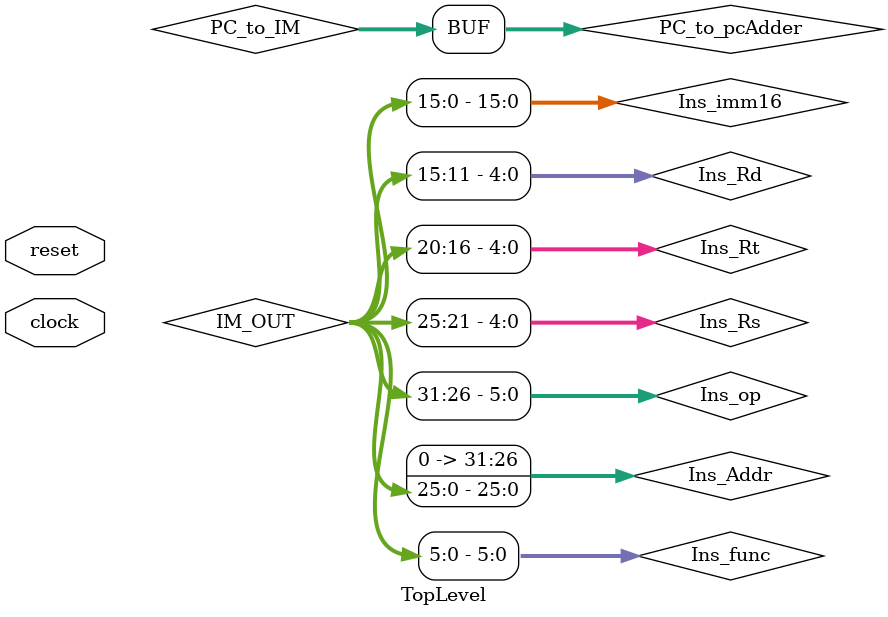
<source format=v>
`timescale 1ns/1ps

module TopLevel(
    input clock,
    input reset   
);

    wire [31:0] PC_to_IM;
    wire [31:0] IM_OUT;
    wire [31:0] PC_to_pcAdder;
    wire [31:0] PC_to_Adder;
    wire [31:0] PC_to_Mux_2_1;


    wire [5:0] Ins_op;
    wire [4:0] Ins_Rs;
    wire [4:0] Ins_Rt;
    wire [4:0] Ins_Rd;
    wire [15:0] Ins_imm16;
    wire [31:0] Ins_Addr;
    wire [5:0] Ins_func;


    wire [31:0] Sl2_To_Cpa;

    wire jal_c;
    wire branch_c;
    wire jr_c;
    wire MemoRead_c;
    wire MemoWrite_c;
    wire MemoToReg_c;
    wire [3:0] ALU_Op_c;
    wire ALU_src_c;
    wire RegWrite_c;
    wire [2:0] RegDst_c;
    wire [4:0] jal_Reg_c;

    wire [4:0] Mux_3_1_Out;
    wire [31:0] Mux_To_PC;
    
    wire [31:0] Mux_2_6_To_GPR;
    wire [31:0] cpa_to_Mux_2_2;
    
    
    wire [31:0] Mux_2_5_To_GPR;
    wire [31:0] GR_OUT_D1;
    wire [31:0] GR_OUT_D2;
    
    wire [31:0] se_out;
    wire [31:0] Mux_2_4_To_ALU;
    wire [31:0] Mux_2_7_To_ALU;
    
    wire [31:0] shift_left_32;
    wire [31:0] Mux_2_3_out;
    
    wire alu_zero;
    wire [31:0] ALU_OUT;
    
    
    wire [31:0] Mux_2_2_out;
    wire [31:0] Adder_to_Mux_2_1;
    wire overflow;
    wire [31:0] Mux_2_1_out;
    wire [31:0] mux_2_5_out;
    wire [31:0] MD_to_Mux_2_5;
    wire [3:0] acs;    // alu
    wire AND_res;
    wire lui_mark;
    
    
    
    
    assign PC_to_IM = PC_to_pcAdder;
    assign Ins_op = IM_OUT[31:26];
    assign Ins_Rs = IM_OUT[25:21];
    assign Ins_Rt = IM_OUT[20:16];
    assign Ins_Rd = IM_OUT[15:11];
    assign Ins_imm16 = IM_OUT[15:0];
    assign Ins_Addr = IM_OUT[25:0];
    assign Ins_func = IM_OUT[5:0];


    ProgramCounter pc(
        .clk(clock),
        .j_s(jal_c | jr_c  | AND_res),
        .jal(jal_c),
        .reset(reset),
        .addr(Mux_To_PC),
        .pc(PC_to_pcAdder)
    );

    pcAdder pcAd(
        .pc(PC_to_pcAdder),
        .mod_pc(PC_to_Adder)
    );

    InstructionMemory im(
        .ins_addr(PC_to_IM),
        .ins(IM_OUT)
    );

    CU cu(
        .opcode(IM_OUT[31:26]),
        .func(Ins_func),
        .jal(jal_c),
        .Branch(branch_c),
        .jr(jr_c),
        .MemoRead(MemoRead_c),
        .MemoWrite(MemoWrite_c),
        .MemoToReg(MemoToReg_c),
        .alu_op_code(ALU_Op_c),
        .alu_src(ALU_src_c),
        .regWrite(RegWrite_c),
        .regDst(RegDst_c),
        .jal_reg(jal_Reg_c),
        .lui_mark(lui_mark)
    );
    
    
    
    Shift_Left sl2(
        .addr(Ins_Addr),
        .addr_shift_left(Sl2_To_Cpa)
    );

    Concat_PC_Addr CPA(
        .pc(PC_to_Adder),
        .imm_num(Sl2_To_Cpa),
        .addr(cpa_to_Mux_2_2)
    );

    Mux_3  mux_3_1(
        .a(Ins_Rd),
        .b(Ins_Rt),
        .c(jal_Reg_c),
        .sel(RegDst_c),
        .out(Mux_3_1_Out)
    );

    GPR RegisterFile(
        .clk(clock),
        .Reset(reset),
        .WR(RegWrite_c),
        .jal(jal_c),
        .rd_r1(Ins_Rs),
        .rd_r2(Ins_Rt),
        .mod_reg(Mux_3_1_Out),
        .in_data(Mux_2_6_To_GPR),
        .out_data1(GR_OUT_D1),
        .out_data2(GR_OUT_D2),
        .programCounter(PC_to_pcAdder)
    );

    Sign_Ext se(
        .imm_num(Ins_imm16),
        .opcode(IM_OUT[31:26]),
        .Sign_ext(se_out)
    );

    Shift_Left_2 sl4(
        .addr(se_out),
        .addr_shift_left(shift_left_32)
    );

    Adder adder(
        .A(shift_left_32),
        .B(PC_to_Adder),
        .flag(1'b1),
        .sum(Adder_to_Mux_2_1),
        .over(overflow)
    );
    
    Mux_2 Mux_2_7(
        .a(se_out),
        .b(GR_OUT_D1),
        .sel(lui_mark),
        .out(Mux_2_7_To_ALU),
        .Mux_Tag(4'b0111)
    );

    Mux_2 Mux_2_4(
        .a(se_out),
        .b(GR_OUT_D2),
        .sel(ALU_src_c),
        .out(Mux_2_4_To_ALU),
        .Mux_Tag(4'b0100)
    );
    

    ALU alu_v(
        .A(Mux_2_7_To_ALU),
        .B(Mux_2_4_To_ALU),
        .op(ALU_Op_c),
        .clk(clock),
        .result(ALU_OUT),
        .zero(alu_zero),
        .programCounter(PC_to_Adder)
    );


    DataMemory DM(
        .addr(ALU_OUT),
        .clk(clock),
        .WR(MemoWrite_c),
        .RD(MemoRead_c),
        .write_data(GR_OUT_D2),
        .reset(reset),
        .read_data(MD_to_Mux_2_5),
        .programCounter(PC_to_pcAdder)
    );

    
    Mux_2 mux_2_5(
        .a(MD_to_Mux_2_5),
        .b(ALU_OUT),
        .sel(MemoToReg_c),
        .out(mux_2_5_out),
        .Mux_Tag(4'b0101)
    );
    
    
    Mux_2 mux_2_6(
        .a(PC_to_Adder),
        .b(mux_2_5_out),
        .sel(jal_c),
        .out(Mux_2_6_To_GPR),
        .Mux_Tag(4'b0110)
    );
    

    AND and_gate(
        .A(branch_c),
        .B(alu_zero),
        .out(AND_res)
    );



    Mux_2 Mux_2_1(
        .a(Adder_to_Mux_2_1),
        .b(PC_to_Adder),
        .sel(AND_res),
        .out(Mux_2_1_out),
        .Mux_Tag(4'b0001)
    );


    Mux_2 Mux_2_2(
        .a(cpa_to_Mux_2_2),
        .b(Mux_2_1_out),
        .sel(jal_c),
        .out(Mux_2_2_out),
        .Mux_Tag(4'b0010)
    );
    
    Mux_2 Mux_2_3(
        .a(ALU_OUT),
        .b(Mux_2_2_out),
        .sel(jr_c),
        .out(Mux_2_3_out),
        .Mux_Tag(4'b0011)
    );

    assign Mux_To_PC = Mux_2_3_out;

endmodule
</source>
